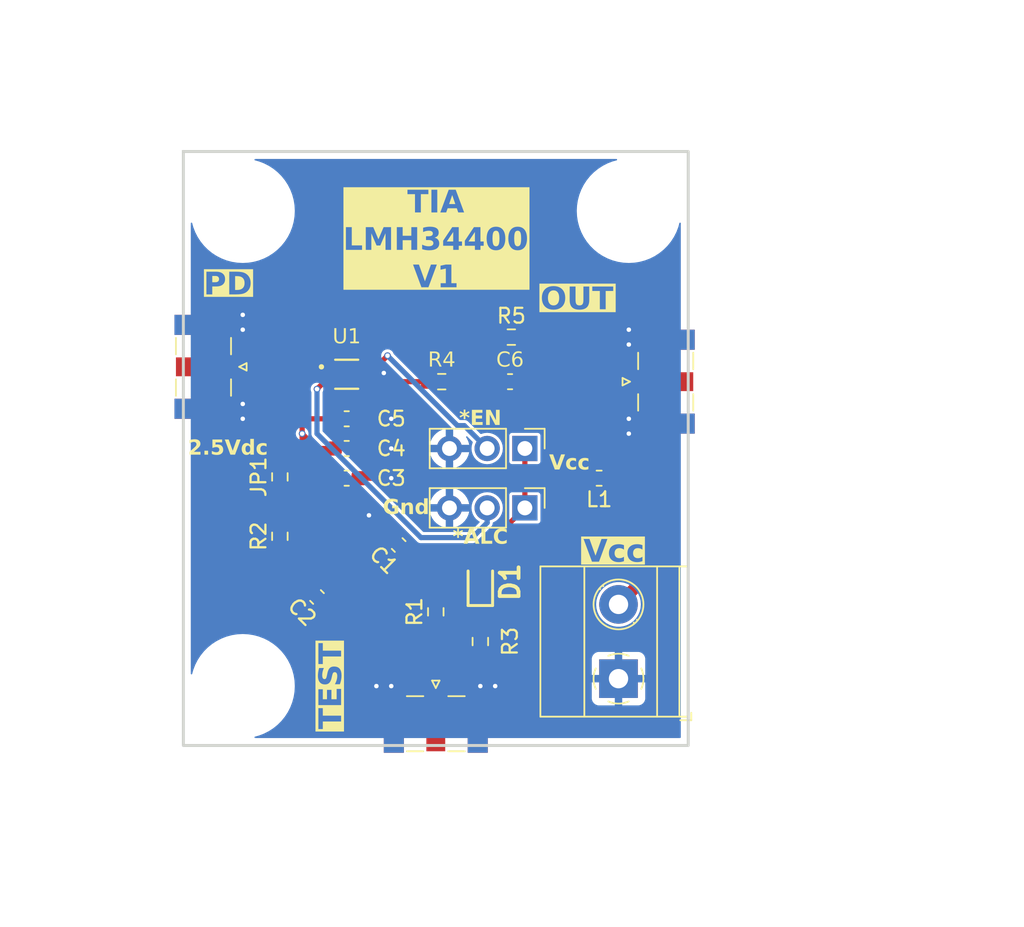
<source format=kicad_pcb>
(kicad_pcb (version 20240108) (generator "pcbnew") (generator_version "8.0")
  (layers (0 "F.Cu" signal) (1 "In1.Cu" signal) (2 "In2.Cu" signal) (31 "B.Cu" signal) (34 "B.Paste" user) (35 "F.Paste" user) (36 "B.SilkS" user "B.Silkscreen") (37 "F.SilkS" user "F.Silkscreen") (38 "B.Mask" user) (39 "F.Mask" user) (44 "Edge.Cuts" user))
  (net 0 "")
  (net 1 "GND")
  (net 2 "Net-(U1-OUT)")
  (net 3 "Net-(J3-Pin_2)")
  (net 4 "VCC")
  (net 5 "Net-(J1-In)")
  (net 6 "Net-(C1-Pad1)")
  (net 7 "Net-(C2-Pad2)")
  (net 8 "Net-(J6-In)")
  (net 9 "Net-(C6-Pad1)")
  (net 10 "Net-(J2-In)")
  (net 11 "Net-(J4-Pin_2)")
  (net 12 "Net-(J5-Pin_2)")
  (net 13 "Net-(JP1-A)")
  (net 14 "Net-(D1-K)")
  (footprint "Resistor_SMD:R_0603_1608Metric_Pad0.98x0.95mm_HandSolder" (layer "F.Cu") (at 113.5 74.9125 90)
    (property "Reference" "JP1" (at 0 -1.43 -90) (layer "F.SilkS") (effects (font (thickness 0.153))))
    (property "Value" "Test")
    (fp_line (start -0.254724 -0.5225) (end 0.254724 -0.5225) (stroke (width 0.12)) (layer "F.SilkS"))
    (fp_line (start -0.254724 0.5225) (end 0.254724 0.5225) (stroke (width 0.12)) (layer "F.SilkS"))
    (pad "1" smd roundrect (at -0.9125 0 90) (size 0.975 0.95) (layers "F.Cu" "F.Paste" "F.Mask") (net 13 "Net-(JP1-A)"))
    (pad "2" smd roundrect (at 0.9125 0 90) (size 0.975 0.95) (layers "F.Cu" "F.Paste" "F.Mask") (net 10 "Net-(J2-In)"))
  )
  (footprint "TerminalBlock_Phoenix:TerminalBlock_Phoenix_MKDS-1,5-2_1x02_P5.00mm_Horizontal" (layer "F.Cu") (at 136.305 88.5 90)
    (property "Reference" "J3")
    (property "Value" "Vout")
    (fp_line (start 7.56 -5.261) (end 7.56 4.66) (stroke (width 0.12)) (layer "F.SilkS"))
    (fp_line (start -2.56 -5.261) (end 7.56 -5.261) (stroke (width 0.12)) (layer "F.SilkS"))
    (fp_line (start -2.56 -5.261) (end -2.56 4.66) (stroke (width 0.12)) (layer "F.SilkS"))
    (fp_line (start -2.56 -2.301) (end 7.56 -2.301) (stroke (width 0.12)) (layer "F.SilkS"))
    (fp_line (start 6.07 -1.275) (end 6.035 -1.239) (stroke (width 0.12)) (layer "F.SilkS"))
    (fp_line (start 6.275 -1.069) (end 6.228 -1.023) (stroke (width 0.12)) (layer "F.SilkS"))
    (fp_line (start 3.773 1.023) (end 3.726 1.069) (stroke (width 0.12)) (layer "F.SilkS"))
    (fp_line (start 3.966 1.239) (end 3.931 1.274) (stroke (width 0.12)) (layer "F.SilkS"))
    (fp_line (start -2.56 2.6) (end 7.56 2.6) (stroke (width 0.12)) (layer "F.SilkS"))
    (fp_line (start -2.56 4.1) (end 7.56 4.1) (stroke (width 0.12)) (layer "F.SilkS"))
    (fp_line (start -2.8 4.16) (end -2.8 4.9) (stroke (width 0.12)) (layer "F.SilkS"))
    (fp_line (start -2.56 4.66) (end 7.56 4.66) (stroke (width 0.12)) (layer "F.SilkS"))
    (fp_line (start -2.8 4.9) (end -2.3 4.9) (stroke (width 0.12)) (layer "F.SilkS"))
    (fp_arc (start -0.683042 -1.535427) (mid 0.000524 -1.680501) (end 0.684 -1.535) (stroke (width 0.12)) (layer "F.SilkS"))
    (fp_arc (start 1.535427 -0.683042) (mid 1.680501 0.000524) (end 1.535 0.684) (stroke (width 0.12)) (layer "F.SilkS"))
    (fp_arc (start -1.535427 0.683042) (mid -1.680501 -0.000524) (end -1.535 -0.684) (stroke (width 0.12)) (layer "F.SilkS"))
    (fp_arc (start 0.683318 1.534756) (mid 0.349292 1.643288) (end 0 1.68) (stroke (width 0.12)) (layer "F.SilkS"))
    (fp_arc (start 0.028805 1.680253) (mid -0.335551 1.646659) (end -0.684 1.535) (stroke (width 0.12)) (layer "F.SilkS"))
    (fp_circle (center 5 0) (end 6.68 0) (stroke (width 0.12)) (fill none) (layer "F.SilkS"))
    (pad "1" thru_hole rect (at 0 0 90) (size 2.6 2.6) (drill 1.3) (layers "*.Cu" "*.Mask") (net 1 "GND"))
    (pad "2" thru_hole circle (at 5 0 90) (size 2.6 2.6) (drill 1.3) (layers "*.Cu" "*.Mask") (net 3 "Net-(J3-Pin_2)"))
  )
  (footprint "Resistor_SMD:R_0603_1608Metric_Pad0.98x0.95mm_HandSolder" (layer "F.Cu") (at 124 84 90)
    (property "Reference" "R1" (at 0 -1.43 -90) (layer "F.SilkS") (effects (font (thickness 0.153))))
    (property "Value" "50")
    (fp_line (start -0.254724 -0.5225) (end 0.254724 -0.5225) (stroke (width 0.12)) (layer "F.SilkS"))
    (fp_line (start -0.254724 0.5225) (end 0.254724 0.5225) (stroke (width 0.12)) (layer "F.SilkS"))
    (pad "1" smd roundrect (at -0.9125 0 90) (size 0.975 0.95) (layers "F.Cu" "F.Paste" "F.Mask") (net 5 "Net-(J1-In)"))
    (pad "2" smd roundrect (at 0.9125 0 90) (size 0.975 0.95) (layers "F.Cu" "F.Paste" "F.Mask") (net 6 "Net-(C1-Pad1)"))
  )
  (footprint "Inductor_SMD:L_0603_1608Metric_Pad1.05x0.95mm_HandSolder" (layer "F.Cu") (at 135 75 180)
    (property "Reference" "L1" (at 0 -1.43 180) (layer "F.SilkS"))
    (property "Value" "BLM18BA100SN1D")
    (fp_line (start -0.171268 0.51) (end 0.171268 0.51) (stroke (width 0.12)) (layer "F.SilkS"))
    (fp_line (start -0.171268 -0.51) (end 0.171268 -0.51) (stroke (width 0.12)) (layer "F.SilkS"))
    (pad "1" smd roundrect (at -0.874999 0 180) (size 1.05 0.95) (layers "F.Cu" "F.Paste" "F.Mask") (net 3 "Net-(J3-Pin_2)"))
    (pad "2" smd roundrect (at 0.874999 0 180) (size 1.05 0.95) (layers "F.Cu" "F.Paste" "F.Mask") (net 4 "VCC"))
  )
  (footprint "Connector_PinHeader_2.54mm:PinHeader_1x03_P2.54mm_Vertical" (layer "F.Cu") (at 130 73 -90)
    (property "Reference" "J5" (hide yes))
    (property "Value" "N_ALC")
    (fp_line (start -1.33 6.409999) (end 1.33 6.409999) (stroke (width 0.12)) (layer "F.SilkS"))
    (fp_line (start -1.33 1.270001) (end -1.33 6.409999) (stroke (width 0.12)) (layer "F.SilkS"))
    (fp_line (start -1.33 1.270001) (end 1.33 1.270001) (stroke (width 0.12)) (layer "F.SilkS"))
    (fp_line (start 1.33 1.270001) (end 1.33 6.409999) (stroke (width 0.12)) (layer "F.SilkS"))
    (fp_line (start -1.33 0) (end -1.33 -1.33) (stroke (width 0.12)) (layer "F.SilkS"))
    (fp_line (start -1.33 -1.33) (end 0 -1.33) (stroke (width 0.12)) (layer "F.SilkS"))
    (pad "1" thru_hole rect (at 0 0 270) (size 1.7 1.7) (drill 1) (layers "*.Cu" "*.Mask") (net 4 "VCC"))
    (pad "2" thru_hole oval (at 0 2.54 270) (size 1.7 1.7) (drill 1) (layers "*.Cu" "*.Mask") (net 12 "Net-(J5-Pin_2)"))
    (pad "3" thru_hole oval (at 0 5.079999 270) (size 1.7 1.7) (drill 1) (layers "*.Cu" "*.Mask") (net 1 "GND"))
  )
  (footprint "MountingHole:MountingHole_3.2mm_M3_DIN965" (layer "F.Cu") (at 137 57)
    (property "Reference" "H2" (hide yes))
    (property "Value" "M3")
    (pad "" np_thru_hole circle (at 0 0) (size 3.2 3.2) (drill 3.2) (layers "*.Cu" "*.Mask"))
  )
  (footprint "LumiCom_TIA:SOT5X3-6_DRL_TEX" (layer "F.Cu") (at 118 68)
    (property "Reference" "U1" (at 0 -2.5 0) (layer "F.SilkS") (effects (font (thickness 0.153))))
    (property "Value" "XLMH34400IDRLR")
    (fp_line (start -0.7747 0.9779) (end 0.7747 0.9779) (stroke (width 0.1524)) (layer "F.SilkS"))
    (fp_line (start 0.7747 -0.9779) (end -0.7747 -0.9779) (stroke (width 0.1524)) (layer "F.SilkS"))
    (fp_circle (center -1.701699 -0.5) (end -1.600099 -0.5) (stroke (width 0.1524)) (fill solid) (layer "F.SilkS"))
    (pad "1" smd rect (at -0.7977 -0.499999) (size 0.706399 0.2294) (layers "F.Cu" "F.Paste" "F.Mask") (net 10 "Net-(J2-In)"))
    (pad "2" smd rect (at -0.7977 0) (size 0.706399 0.2294) (layers "F.Cu" "F.Paste" "F.Mask") (net 4 "VCC"))
    (pad "3" smd rect (at -0.7977 0.499999) (size 0.706399 0.2294) (layers "F.Cu" "F.Paste" "F.Mask") (net 11 "Net-(J4-Pin_2)"))
    (pad "4" smd rect (at 0.7977 0.499999) (size 0.706399 0.2294) (layers "F.Cu" "F.Paste" "F.Mask") (net 2 "Net-(U1-OUT)"))
    (pad "5" smd rect (at 0.7977 0) (size 0.706399 0.2294) (layers "F.Cu" "F.Paste" "F.Mask") (net 1 "GND"))
    (pad "6" smd rect (at 0.7977 -0.499999) (size 0.706399 0.2294) (layers "F.Cu" "F.Paste" "F.Mask") (net 12 "Net-(J5-Pin_2)"))
  )
  (footprint "Connector_PinHeader_2.54mm:PinHeader_1x03_P2.54mm_Vertical" (layer "F.Cu") (at 130 77 -90)
    (property "Reference" "J4" (hide yes))
    (property "Value" "N_EN")
    (fp_line (start -1.33 6.409999) (end 1.33 6.409999) (stroke (width 0.12)) (layer "F.SilkS"))
    (fp_line (start -1.33 1.270001) (end -1.33 6.409999) (stroke (width 0.12)) (layer "F.SilkS"))
    (fp_line (start -1.33 1.270001) (end 1.33 1.270001) (stroke (width 0.12)) (layer "F.SilkS"))
    (fp_line (start 1.33 1.270001) (end 1.33 6.409999) (stroke (width 0.12)) (layer "F.SilkS"))
    (fp_line (start -1.33 0) (end -1.33 -1.33) (stroke (width 0.12)) (layer "F.SilkS"))
    (fp_line (start -1.33 -1.33) (end 0 -1.33) (stroke (width 0.12)) (layer "F.SilkS"))
    (pad "1" thru_hole rect (at 0 0 270) (size 1.7 1.7) (drill 1) (layers "*.Cu" "*.Mask") (net 4 "VCC"))
    (pad "2" thru_hole oval (at 0 2.54 270) (size 1.7 1.7) (drill 1) (layers "*.Cu" "*.Mask") (net 11 "Net-(J4-Pin_2)"))
    (pad "3" thru_hole oval (at 0 5.079999 270) (size 1.7 1.7) (drill 1) (layers "*.Cu" "*.Mask") (net 1 "GND"))
  )
  (footprint "Resistor_SMD:R_0603_1608Metric_Pad0.98x0.95mm_HandSolder" (layer "F.Cu") (at 124.4 68.5)
    (property "Reference" "R4" (at 0 -1.43 0) (layer "F.SilkS") (effects (font (thickness 0.153))))
    (property "Value" "50")
    (fp_line (start -0.254724 -0.5225) (end 0.254724 -0.5225) (stroke (width 0.12)) (layer "F.SilkS"))
    (fp_line (start -0.254724 0.5225) (end 0.254724 0.5225) (stroke (width 0.12)) (layer "F.SilkS"))
    (pad "1" smd roundrect (at -0.9125 0) (size 0.975 0.95) (layers "F.Cu" "F.Paste" "F.Mask") (net 2 "Net-(U1-OUT)"))
    (pad "2" smd roundrect (at 0.9125 0) (size 0.975 0.95) (layers "F.Cu" "F.Paste" "F.Mask") (net 9 "Net-(C6-Pad1)"))
  )
  (footprint "Capacitor_SMD:C_0603_1608Metric_Pad1.08x0.95mm_HandSolder" (layer "F.Cu") (at 121.5 79.5 135)
    (property "Reference" "C1" (at 0 -1.43 -45) (layer "F.SilkS") (effects (font (thickness 0.153))))
    (property "Value" "1uF")
    (fp_line (start -0.146267 -0.51) (end 0.146267 -0.51) (stroke (width 0.12)) (layer "F.SilkS"))
    (fp_line (start -0.146267 0.51) (end 0.146267 0.51) (stroke (width 0.12)) (layer "F.SilkS"))
    (pad "1" smd roundrect (at -0.862501 0 135) (size 1.075 0.95) (layers "F.Cu" "F.Paste" "F.Mask") (net 6 "Net-(C1-Pad1)"))
    (pad "2" smd roundrect (at 0.862501 0 135) (size 1.075 0.95) (layers "F.Cu" "F.Paste" "F.Mask") (net 1 "GND"))
  )
  (footprint "Capacitor_SMD:C_0603_1608Metric_Pad1.08x0.95mm_HandSolder" (layer "F.Cu") (at 118 73)
    (property "Reference" "C4" (at 3 0 0) (layer "F.SilkS"))
    (property "Value" "1uF")
    (fp_line (start -0.146267 -0.51) (end 0.146267 -0.51) (stroke (width 0.12)) (layer "F.SilkS"))
    (fp_line (start -0.146267 0.51) (end 0.146267 0.51) (stroke (width 0.12)) (layer "F.SilkS"))
    (pad "1" smd roundrect (at -0.8625 0) (size 1.075 0.95) (layers "F.Cu" "F.Paste" "F.Mask") (net 4 "VCC"))
    (pad "2" smd roundrect (at 0.8625 0) (size 1.075 0.95) (layers "F.Cu" "F.Paste" "F.Mask") (net 1 "GND"))
  )
  (footprint "Capacitor_SMD:C_0603_1608Metric_Pad1.08x0.95mm_HandSolder" (layer "F.Cu") (at 118 75)
    (property "Reference" "C3" (at 3 0 0) (layer "F.SilkS"))
    (property "Value" "10uF")
    (fp_line (start -0.146267 -0.51) (end 0.146267 -0.51) (stroke (width 0.12)) (layer "F.SilkS"))
    (fp_line (start -0.146267 0.51) (end 0.146267 0.51) (stroke (width 0.12)) (layer "F.SilkS"))
    (pad "1" smd roundrect (at -0.8625 0) (size 1.075 0.95) (layers "F.Cu" "F.Paste" "F.Mask") (net 4 "VCC"))
    (pad "2" smd roundrect (at 0.8625 0) (size 1.075 0.95) (layers "F.Cu" "F.Paste" "F.Mask") (net 1 "GND"))
  )
  (footprint "Resistor_SMD:R_0603_1608Metric_Pad0.98x0.95mm_HandSolder" (layer "F.Cu") (at 129.0875 65.5)
    (property "Reference" "R5" (at 0 -1.43 0) (layer "F.SilkS"))
    (property "Value" "0")
    (fp_line (start -0.254724 -0.5225) (end 0.254724 -0.5225) (stroke (width 0.12)) (layer "F.SilkS"))
    (fp_line (start -0.254724 0.5225) (end 0.254724 0.5225) (stroke (width 0.12)) (layer "F.SilkS"))
    (pad "1" smd roundrect (at -0.9125 0) (size 0.975 0.95) (layers "F.Cu" "F.Paste" "F.Mask") (net 9 "Net-(C6-Pad1)"))
    (pad "2" smd roundrect (at 0.9125 0) (size 0.975 0.95) (layers "F.Cu" "F.Paste" "F.Mask") (net 8 "Net-(J6-In)"))
  )
  (footprint "MountingHole:MountingHole_3.2mm_M3_DIN965" (layer "F.Cu") (at 111 57)
    (property "Reference" "H1" (hide yes))
    (property "Value" "M3")
    (pad "" np_thru_hole circle (at 0 0) (size 3.2 3.2) (drill 3.2) (layers "*.Cu" "*.Mask"))
  )
  (footprint "LumiCom_TIA:LEDC1608X80N" (layer "F.Cu") (at 127 82 90)
    (property "Reference" "D1" (at 0 2 -90) (layer "F.SilkS") (effects (font (size 1.27 1.27) (thickness 0.254))))
    (property "Value" "150060VS75000 " (hide yes))
    (fp_line (start 0.75 -0.825) (end -1.575 -0.825) (stroke (width 0.2)) (layer "F.SilkS"))
    (fp_line (start -1.575 -0.825) (end -1.575 0.825) (stroke (width 0.2)) (layer "F.SilkS"))
    (fp_line (start -1.575 0.825) (end 0.75 0.825) (stroke (width 0.2)) (layer "F.SilkS"))
    (pad "1" smd rect (at -0.75 0 180) (size 0.95 0.95) (layers "F.Cu" "F.Paste" "F.Mask") (net 14 "Net-(D1-K)"))
    (pad "2" smd rect (at 0.75 0 180) (size 0.95 0.95) (layers "F.Cu" "F.Paste" "F.Mask") (net 4 "VCC"))
  )
  (footprint "Connector_Coaxial:SMA_Samtec_SMA-J-P-X-ST-EM1_EdgeMount" (layer "F.Cu") (at 108.5 67.5 -90)
    (property "Reference" "J2")
    (property "Value" "Conn_Coaxial")
    (fp_line (start -1.95 2) (end -0.84 2) (stroke (width 0.12)) (layer "F.SilkS"))
    (fp_line (start 0.84 2) (end 1.95 2) (stroke (width 0.12)) (layer "F.SilkS"))
    (fp_line (start -1.95 -1.71) (end -0.84 -1.71) (stroke (width 0.12)) (layer "F.SilkS"))
    (fp_line (start 0.84 -1.71) (end 1.95 -1.71) (stroke (width 0.12)) (layer "F.SilkS"))
    (fp_line (start 0 -2.26) (end 0.25 -2.76) (stroke (width 0.12)) (layer "F.SilkS"))
    (fp_line (start -0.25 -2.76) (end 0 -2.26) (stroke (width 0.12)) (layer "F.SilkS"))
    (fp_line (start 0.25 -2.76) (end -0.25 -2.76) (stroke (width 0.12)) (layer "F.SilkS"))
    (pad "1" smd rect (at 0 0.199999 270) (size 1.27 3.6) (layers "F.Cu" "F.Paste" "F.Mask") (net 10 "Net-(J2-In)"))
    (pad "2" smd rect (at -2.825 0 270) (size 1.35 4.2) (layers "F.Cu" "F.Paste" "F.Mask") (net 1 "GND"))
    (pad "2" smd rect (at -2.825 0 270) (size 1.35 4.2) (layers "B.Cu" "B.Paste" "B.Mask") (net 1 "GND"))
    (pad "2" smd rect (at 2.825 0 270) (size 1.35 4.2) (layers "F.Cu" "F.Paste" "F.Mask") (net 1 "GND"))
    (pad "2" smd rect (at 2.825 0 270) (size 1.35 4.2) (layers "B.Cu" "B.Paste" "B.Mask") (net 1 "GND"))
  )
  (footprint "Capacitor_SMD:C_0603_1608Metric_Pad1.08x0.95mm_HandSolder" (layer "F.Cu") (at 129 68.5)
    (property "Reference" "C6" (at 0 -1.43 0) (layer "F.SilkS") (effects (font (thickness 0.153))))
    (property "Value" "1uF")
    (fp_line (start -0.146267 -0.51) (end 0.146267 -0.51) (stroke (width 0.12)) (layer "F.SilkS"))
    (fp_line (start -0.146267 0.51) (end 0.146267 0.51) (stroke (width 0.12)) (layer "F.SilkS"))
    (pad "1" smd roundrect (at -0.8625 0) (size 1.075 0.95) (layers "F.Cu" "F.Paste" "F.Mask") (net 9 "Net-(C6-Pad1)"))
    (pad "2" smd roundrect (at 0.8625 0) (size 1.075 0.95) (layers "F.Cu" "F.Paste" "F.Mask") (net 8 "Net-(J6-In)"))
  )
  (footprint "Connector_Coaxial:SMA_Samtec_SMA-J-P-X-ST-EM1_EdgeMount" (layer "F.Cu") (at 139.3375 68.5 90)
    (property "Reference" "J6")
    (property "Value" "Conn_Coaxial")
    (fp_line (start 0.25 -2.76) (end -0.25 -2.76) (stroke (width 0.12)) (layer "F.SilkS"))
    (fp_line (start -0.25 -2.76) (end 0 -2.26) (stroke (width 0.12)) (layer "F.SilkS"))
    (fp_line (start 0 -2.26) (end 0.25 -2.76) (stroke (width 0.12)) (layer "F.SilkS"))
    (fp_line (start 0.84 -1.71) (end 1.95 -1.71) (stroke (width 0.12)) (layer "F.SilkS"))
    (fp_line (start -1.95 -1.71) (end -0.84 -1.71) (stroke (width 0.12)) (layer "F.SilkS"))
    (fp_line (start 0.84 2) (end 1.95 2) (stroke (width 0.12)) (layer "F.SilkS"))
    (fp_line (start -1.95 2) (end -0.84 2) (stroke (width 0.12)) (layer "F.SilkS"))
    (pad "1" smd rect (at 0 0.199999 90) (size 1.27 3.6) (layers "F.Cu" "F.Paste" "F.Mask") (net 8 "Net-(J6-In)"))
    (pad "2" smd rect (at -2.825 0 90) (size 1.35 4.2) (layers "F.Cu" "F.Paste" "F.Mask") (net 1 "GND"))
    (pad "2" smd rect (at -2.825 0 90) (size 1.35 4.2) (layers "B.Cu" "B.Paste" "B.Mask") (net 1 "GND"))
    (pad "2" smd rect (at 2.825 0 90) (size 1.35 4.2) (layers "F.Cu" "F.Paste" "F.Mask") (net 1 "GND"))
    (pad "2" smd rect (at 2.825 0 90) (size 1.35 4.2) (layers "B.Cu" "B.Paste" "B.Mask") (net 1 "GND"))
  )
  (footprint "Capacitor_SMD:C_0603_1608Metric_Pad1.08x0.95mm_HandSolder" (layer "F.Cu") (at 118 71)
    (property "Reference" "C5" (at 3 0 0) (layer "F.SilkS"))
    (property "Value" "100nF")
    (fp_line (start -0.146267 -0.51) (end 0.146267 -0.51) (stroke (width 0.12)) (layer "F.SilkS"))
    (fp_line (start -0.146267 0.51) (end 0.146267 0.51) (stroke (width 0.12)) (layer "F.SilkS"))
    (pad "1" smd roundrect (at -0.8625 0) (size 1.075 0.95) (layers "F.Cu" "F.Paste" "F.Mask") (net 4 "VCC"))
    (pad "2" smd roundrect (at 0.8625 0) (size 1.075 0.95) (layers "F.Cu" "F.Paste" "F.Mask") (net 1 "GND"))
  )
  (footprint "Capacitor_SMD:C_0603_1608Metric_Pad1.08x0.95mm_HandSolder" (layer "F.Cu") (at 116 83 135)
    (property "Reference" "C2" (at 0 -1.43 -45) (layer "F.SilkS") (effects (font (thickness 0.153))))
    (property "Value" "1uF")
    (fp_line (start -0.146267 -0.51) (end 0.146267 -0.51) (stroke (width 0.12)) (layer "F.SilkS"))
    (fp_line (start -0.146267 0.51) (end 0.146267 0.51) (stroke (width 0.12)) (layer "F.SilkS"))
    (pad "1" smd roundrect (at -0.862501 0 135) (size 1.075 0.95) (layers "F.Cu" "F.Paste" "F.Mask") (net 5 "Net-(J1-In)"))
    (pad "2" smd roundrect (at 0.862501 0 135) (size 1.075 0.95) (layers "F.Cu" "F.Paste" "F.Mask") (net 7 "Net-(C2-Pad2)"))
  )
  (footprint "Resistor_SMD:R_0603_1608Metric_Pad0.98x0.95mm_HandSolder" (layer "F.Cu") (at 113.5 78.9125 90)
    (property "Reference" "R2" (at 0 -1.43 -90) (layer "F.SilkS") (effects (font (thickness 0.153))))
    (property "Value" "4.02K")
    (fp_line (start -0.254724 -0.5225) (end 0.254724 -0.5225) (stroke (width 0.12)) (layer "F.SilkS"))
    (fp_line (start -0.254724 0.5225) (end 0.254724 0.5225) (stroke (width 0.12)) (layer "F.SilkS"))
    (pad "1" smd roundrect (at -0.9125 0 90) (size 0.975 0.95) (layers "F.Cu" "F.Paste" "F.Mask") (net 7 "Net-(C2-Pad2)"))
    (pad "2" smd roundrect (at 0.9125 0 90) (size 0.975 0.95) (layers "F.Cu" "F.Paste" "F.Mask") (net 13 "Net-(JP1-A)"))
  )
  (footprint "MountingHole:MountingHole_3.2mm_M3_DIN965" (layer "F.Cu") (at 111 89)
    (property "Reference" "H3" (hide yes))
    (property "Value" "M3")
    (pad "" np_thru_hole circle (at 0 0) (size 3.2 3.2) (drill 3.2) (layers "*.Cu" "*.Mask"))
  )
  (footprint "Connector_Coaxial:SMA_Samtec_SMA-J-P-X-ST-EM1_EdgeMount" (layer "F.Cu") (at 124 91.39)
    (property "Reference" "J1")
    (property "Value" "TEST")
    (fp_line (start -1.95 -1.71) (end -0.84 -1.71) (stroke (width 0.12)) (layer "F.SilkS"))
    (fp_line (start -1.95 2) (end -0.84 2) (stroke (width 0.12)) (layer "F.SilkS"))
    (fp_line (start -0.25 -2.76) (end 0 -2.26) (stroke (width 0.12)) (layer "F.SilkS"))
    (fp_line (start 0 -2.26) (end 0.25 -2.76) (stroke (width 0.12)) (layer "F.SilkS"))
    (fp_line (start 0.25 -2.76) (end -0.25 -2.76) (stroke (width 0.12)) (layer "F.SilkS"))
    (fp_line (start 0.84 -1.71) (end 1.95 -1.71) (stroke (width 0.12)) (layer "F.SilkS"))
    (fp_line (start 0.84 2) (end 1.95 2) (stroke (width 0.12)) (layer "F.SilkS"))
    (pad "1" smd rect (at 0 0.199999) (size 1.27 3.6) (layers "F.Cu" "F.Paste" "F.Mask") (net 5 "Net-(J1-In)"))
    (pad "2" smd rect (at -2.825 0) (size 1.35 4.2) (layers "F.Cu" "F.Paste" "F.Mask") (net 1 "GND"))
    (pad "2" smd rect (at -2.825 0) (size 1.35 4.2) (layers "B.Cu" "B.Paste" "B.Mask") (net 1 "GND"))
    (pad "2" smd rect (at 2.825 0) (size 1.35 4.2) (layers "F.Cu" "F.Paste" "F.Mask") (net 1 "GND"))
    (pad "2" smd rect (at 2.825 0) (size 1.35 4.2) (layers "B.Cu" "B.Paste" "B.Mask") (net 1 "GND"))
  )
  (footprint "Resistor_SMD:R_0603_1608Metric_Pad0.98x0.95mm_HandSolder" (layer "F.Cu") (at 127 86 -90)
    (property "Reference" "R3" (at 0 -2 90) (layer "F.SilkS"))
    (property "Value" "1k2")
    (fp_line (start -0.254724 0.5225) (end 0.254724 0.5225) (stroke (width 0.12)) (layer "F.SilkS"))
    (fp_line (start -0.254724 -0.5225) (end 0.254724 -0.5225) (stroke (width 0.12)) (layer "F.SilkS"))
    (pad "1" smd roundrect (at -0.9125 0 270) (size 0.975 0.95) (layers "F.Cu" "F.Paste" "F.Mask") (net 14 "Net-(D1-K)"))
    (pad "2" smd roundrect (at 0.9125 0 270) (size 0.975 0.95) (layers "F.Cu" "F.Paste" "F.Mask") (net 1 "GND"))
  )
  (gr_rect (start 107 53) (end 141 93) (stroke (width 0.2)) (fill none) (layer "Edge.Cuts"))
  (gr_text "TEST" (at 117 89 90) (layer "F.SilkS" knockout) (effects (font (size 1.5 1.5) (thickness 0.3) (bold yes) (italic yes))))
  (gr_text "2.5Vdc" (at 110 73 0) (layer "F.SilkS") (effects (font (size 1 1) (thickness 0.25) (bold yes))))
  (gr_text "PD" (at 110 62 0) (layer "F.SilkS" knockout) (effects (font (size 1.5 1.5) (thickness 0.3) (bold yes) (italic yes))))
  (gr_text "OUT" (at 133.5 63 0) (layer "F.SilkS" knockout) (effects (font (size 1.5 1.5) (thickness 0.3) (bold yes) (italic yes))))
  (gr_text "Vcc" (at 136 80 0) (layer "F.SilkS" knockout) (effects (font (size 1.5 1.5) (thickness 0.3) (bold yes) (italic yes))))
  (gr_text "*ALC" (at 127 79 0) (layer "F.SilkS") (effects (font (size 1 1) (thickness 0.2) (bold yes))))
  (gr_text "Vcc" (at 133 74 0) (layer "F.SilkS") (effects (font (size 1 1) (thickness 0.2) (bold yes))))
  (gr_text "TIA\nLMH34400\nV1" (at 124 59 0) (layer "F.SilkS" knockout) (effects (font (size 1.5 1.5) (thickness 0.3) (bold yes) (italic yes))))
  (gr_text "*EN" (at 127 71 0) (layer "F.SilkS") (effects (font (size 1 1) (thickness 0.2) (bold yes))))
  (gr_text "Gnd" (at 122 77 0) (layer "F.SilkS") (effects (font (size 1 1) (thickness 0.2) (bold yes))))
  (segment (start 127 91.215) (end 126.825 91.39) (width 0.3493) (layer "F.Cu") (net 1))
  (segment (start 108.825 65) (end 108.5 64.675) (width 0.3493) (layer "F.Cu") (net 1))
  (segment (start 111 71) (end 109.175 71) (width 0.3493) (layer "F.Cu") (net 1))
  (segment (start 139.3375 71.325) (end 137.675 71.325) (width 0.3493) (layer "F.Cu") (net 1))
  (segment (start 139.0125 71) (end 139.3375 71.325) (width 0.3493) (layer "F.Cu") (net 1))
  (segment (start 118.8625 75) (end 121 75) (width 0.3493) (layer "F.Cu") (net 1))
  (segment (start 127 89) (end 127 91.215) (width 0.3493) (layer "F.Cu") (net 1))
  (segment (start 109.175 64) (end 108.5 64.675) (width 0.3493) (layer "F.Cu") (net 1))
  (segment (start 111 70) (end 108.825 70) (width 0.3493) (layer "F.Cu") (net 1))
  (segment (start 137 71) (end 139.0125 71) (width 0.3493) (layer "F.Cu") (net 1))
  (segment (start 128 89) (end 128 90.215) (width 0.3493) (layer "F.Cu") (net 1))
  (segment (start 111 64) (end 109.175 64) (width 0.3493) (layer "F.Cu") (net 1))
  (segment (start 139.0125 66) (end 139.3375 65.675) (width 0.3493) (layer "F.Cu") (net 1))
  (segment (start 119.5 77.5) (end 120.89012 78.89012) (width 0.3493) (layer "F.Cu") (net 1))
  (segment (start 108.825 70) (end 108.5 70.325) (width 0.3493) (layer "F.Cu") (net 1))
  (segment (start 118.862501 71) (end 121 71) (width 0.3493) (layer "F.Cu") (net 1))
  (segment (start 137.675 71.325) (end 137 72) (width 0.3493) (layer "F.Cu") (net 1))
  (segment (start 120 89) (end 120 90.215) (width 0.3493) (layer "F.Cu") (net 1))
  (segment (start 120.416099 68) (end 118.7977 68) (width 0.3) (layer "F.Cu") (net 1))
  (segment (start 111 65) (end 108.825 65) (width 0.3493) (layer "F.Cu") (net 1))
  (segment (start 118.862501 73) (end 121 73) (width 0.3493) (layer "F.Cu") (net 1))
  (segment (start 137 65) (end 138.6625 65) (width 0.3493) (layer "F.Cu") (net 1))
  (segment (start 138.6625 65) (end 139.3375 65.675) (width 0.3493) (layer "F.Cu") (net 1))
  (segment (start 109.175 71) (end 108.5 70.325) (width 0.3493) (layer "F.Cu") (net 1))
  (segment (start 127 86.9125) (end 127 89) (width 0.3493) (layer "F.Cu") (net 1))
  (segment (start 120 90.215) (end 121.175 91.39) (width 0.3493) (layer "F.Cu") (net 1))
  (segment (start 121 91.215) (end 121.175 91.39) (width 0.3493) (layer "F.Cu") (net 1))
  (segment (start 120.5 67.916099) (end 120.416099 68) (width 0.3493) (layer "F.Cu") (net 1))
  (segment (start 137 66) (end 139.0125 66) (width 0.3493) (layer "F.Cu") (net 1))
  (segment (start 121 89) (end 121 91.215) (width 0.3493) (layer "F.Cu") (net 1))
  (segment (start 128 90.215) (end 126.825 91.39) (width 0.3493) (layer "F.Cu") (net 1))
  (via (at 137 71) (size 0.45) (drill 0.3) (layers "F.Cu" "B.Cu") (net 1))
  (via (at 120 89) (size 0.45) (drill 0.3) (layers "F.Cu" "B.Cu") (net 1))
  (via (at 120.5 67.916099) (size 0.45) (drill 0.3) (layers "F.Cu" "B.Cu") (net 1))
  (via (at 121 71) (size 0.45) (drill 0.3) (layers "F.Cu" "B.Cu") (net 1))
  (via (at 137 66) (size 0.45) (drill 0.3) (layers "F.Cu" "B.Cu") (net 1))
  (via (at 111 71) (size 0.45) (drill 0.3) (layers "F.Cu" "B.Cu") (net 1))
  (via (at 121 89) (size 0.45) (drill 0.3) (layers "F.Cu" "B.Cu") (net 1))
  (via (at 137 72) (size 0.45) (drill 0.3) (layers "F.Cu" "B.Cu") (net 1))
  (via (at 111 70) (size 0.45) (drill 0.3) (layers "F.Cu" "B.Cu") (net 1))
  (via (at 127 89) (size 0.45) (drill 0.3) (layers "F.Cu" "B.Cu") (net 1))
  (via (at 111 65) (size 0.45) (drill 0.3) (layers "F.Cu" "B.Cu") (net 1))
  (via (at 119.5 77.5) (size 0.45) (drill 0.3) (layers "F.Cu" "B.Cu") (net 1))
  (via (at 128 89) (size 0.45) (drill 0.3) (layers "F.Cu" "B.Cu") (net 1))
  (via (at 111 64) (size 0.45) (drill 0.3) (layers "F.Cu" "B.Cu") (net 1))
  (via (at 137 65) (size 0.45) (drill 0.3) (layers "F.Cu" "B.Cu") (net 1))
  (via (at 121 73) (size 0.45) (drill 0.3) (layers "F.Cu" "B.Cu") (net 1))
  (via (at 121 75) (size 0.45) (drill 0.3) (layers "F.Cu" "B.Cu") (net 1))
  (segment (start 118.822351 68.52465) (end 121.37535 68.52465) (width 0.3) (layer "F.Cu") (net 2))
  (segment (start 118.7977 68.499999) (end 118.822351 68.52465) (width 0.3) (layer "F.Cu") (net 2))
  (segment (start 121.37535 68.52465) (end 121.4 68.5) (width 0.3) (layer "F.Cu") (net 2))
  (segment (start 121.4 68.5) (end 123.4875 68.5) (width 0.3493) (layer "F.Cu") (net 2))
  (segment (start 138 81.805) (end 138 76) (width 0.8) (layer "F.Cu") (net 3))
  (segment (start 136.305 83.5) (end 138 81.805) (width 0.8) (layer "F.Cu") (net 3))
  (segment (start 138 76) (end 137 75) (width 0.8) (layer "F.Cu") (net 3))
  (segment (start 137 75) (end 135.874999 75) (width 0.8) (layer "F.Cu") (net 3))
  (segment (start 130 75) (end 134.125001 75) (width 0.6) (layer "F.Cu") (net 4))
  (segment (start 127 81.25) (end 127 80) (width 0.3493) (layer "F.Cu") (net 4))
  (segment (start 116 73) (end 117.137499 73) (width 0.3493) (layer "F.Cu") (net 4))
  (segment (start 130 77) (end 130 75) (width 0.3493) (layer "F.Cu") (net 4))
  (segment (start 115 71) (end 117.137499 71) (width 0.3493) (layer "F.Cu") (net 4))
  (segment (start 115 72) (end 116 73) (width 0.3493) (layer "F.Cu") (net 4))
  (segment (start 115 74) (end 115 72) (width 0.3493) (layer "F.Cu") (net 4))
  (segment (start 117.1375 75) (end 116 75) (width 0.3493) (layer "F.Cu") (net 4))
  (segment (start 117.2023 68) (end 116.025001 68) (width 0.3) (layer "F.Cu") (net 4))
  (segment (start 115 72) (end 115 69.025001) (width 0.3493) (layer "F.Cu") (net 4))
  (segment (start 115 69.025001) (end 116 68.025001) (width 0.3493) (layer "F.Cu") (net 4))
  (segment (start 116.025001 68) (end 116 68.025001) (width 0.3493) (layer "F.Cu") (net 4))
  (segment (start 130 75) (end 130 73) (width 0.3493) (layer "F.Cu") (net 4))
  (segment (start 116 75) (end 115 74) (width 0.3493) (layer "F.Cu") (net 4))
  (segment (start 127 80) (end 130 77) (width 0.3493) (layer "F.Cu") (net 4))
  (via (at 115 72) (size 0.45) (drill 0.3) (layers "F.Cu" "B.Cu") (net 4))
  (segment (start 117.9125 84.9125) (end 124 84.9125) (width 0.3493) (layer "F.Cu") (net 5))
  (segment (start 116.60988 83.60988) (end 117.9125 84.9125) (width 0.3493) (layer "F.Cu") (net 5))
  (segment (start 124 90.09) (end 124 84.9125) (width 0.3493) (layer "F.Cu") (net 5))
  (segment (start 124 83.0875) (end 124 82) (width 0.3493) (layer "F.Cu") (net 6))
  (segment (start 124 82) (end 122.10988 80.10988) (width 0.3493) (layer "F.Cu") (net 6))
  (segment (start 113.5 80.5) (end 113.5 79.825) (width 0.3493) (layer "F.Cu") (net 7))
  (segment (start 115.39012 82.39012) (end 113.5 80.5) (width 0.3493) (layer "F.Cu") (net 7))
  (segment (start 129.8625 68.5) (end 132 68.5) (width 0.3493) (layer "F.Cu") (net 8))
  (segment (start 131.5 65.5) (end 132 66) (width 0.3493) (layer "F.Cu") (net 8))
  (segment (start 132 68.5) (end 139.59 68.5) (width 0.3493) (layer "F.Cu") (net 8))
  (segment (start 132 66) (end 132 68.5) (width 0.3493) (layer "F.Cu") (net 8))
  (segment (start 130.5 65.5) (end 131.5 65.5) (width 0.3493) (layer "F.Cu") (net 8))
  (segment (start 125.3125 68.5) (end 126.5 68.5) (width 0.3493) (layer "F.Cu") (net 9))
  (segment (start 126.5 68.5) (end 126.5 66) (width 0.3493) (layer "F.Cu") (net 9))
  (segment (start 127 65.5) (end 128.175 65.5) (width 0.3493) (layer "F.Cu") (net 9))
  (segment (start 126.5 66) (end 127 65.5) (width 0.3493) (layer "F.Cu") (net 9))
  (segment (start 126.5 68.5) (end 128.1375 68.5) (width 0.3493) (layer "F.Cu") (net 9))
  (segment (start 113.5 69.000001) (end 115 67.500001) (width 0.3493) (layer "F.Cu") (net 10))
  (segment (start 116 67.500001) (end 117.2023 67.500001) (width 0.3) (layer "F.Cu") (net 10))
  (segment (start 109.800001 67.500001) (end 114 67.500001) (width 0.3493) (layer "F.Cu") (net 10))
  (segment (start 109.8 67.5) (end 109.800001 67.500001) (width 0.3493) (layer "F.Cu") (net 10))
  (segment (start 114 67.500001) (end 116 67.500001) (width 0.3493) (layer "F.Cu") (net 10))
  (segment (start 113.5 74) (end 113.5 69.000001) (width 0.3493) (layer "F.Cu") (net 10))
  (segment (start 117.2023 68.499999) (end 116.500001 68.499999) (width 0.3) (layer "F.Cu") (net 11))
  (segment (start 116.500001 68.499999) (end 116 69) (width 0.3493) (layer "F.Cu") (net 11))
  (via (at 116 69) (size 0.45) (drill 0.3) (layers "F.Cu" "B.Cu") (net 11))
  (segment (start 127.46 77) (end 127.46 78) (width 0.3493) (layer "B.Cu") (net 11))
  (segment (start 127.46 78) (end 126.46 79) (width 0.3493) (layer "B.Cu") (net 11))
  (segment (start 116 72) (end 116 69) (width 0.3493) (layer "B.Cu") (net 11))
  (segment (start 123 79) (end 116 72) (width 0.3493) (layer "B.Cu") (net 11))
  (segment (start 126.46 79) (end 123 79) (width 0.3493) (layer "B.Cu") (net 11))
  (segment (start 119.999999 67.500001) (end 118.7977 67.500001) (width 0.3) (layer "F.Cu") (net 12))
  (segment (start 120.75 66.75) (end 119.999999 67.500001) (width 0.3493) (layer "F.Cu") (net 12))
  (via (at 120.75 66.75) (size 0.45) (drill 0.3) (layers "F.Cu" "B.Cu") (net 12))
  (segment (start 125.46 71.46) (end 125.92 71.46) (width 0.3493) (layer "B.Cu") (net 12))
  (segment (start 120.75 66.75) (end 125.46 71.46) (width 0.3493) (layer "B.Cu") (net 12))
  (segment (start 125.92 71.46) (end 127.46 73) (width 0.3493) (layer "B.Cu") (net 12))
  (segment (start 113.5 78) (end 113.5 75.825) (width 0.3493) (layer "F.Cu") (net 13))
  (segment (start 127 85.0875) (end 127 82.75) (width 0.3493) (layer "F.Cu") (net 14))
  (zone (net 1) (net_name "GND") (layers "In1.Cu" "B.Cu") (connect_pads thru_hole_only (clearance 0.1)) (min_thickness 0.1) (fill yes (thermal_gap 0.5) (thermal_bridge_width 0.5))
    (polygon (pts (xy 107.5 53.5) (xy 140.5 53.5) (xy 140.5 92.5) (xy 107.5 92.5)))
  )
)
</source>
